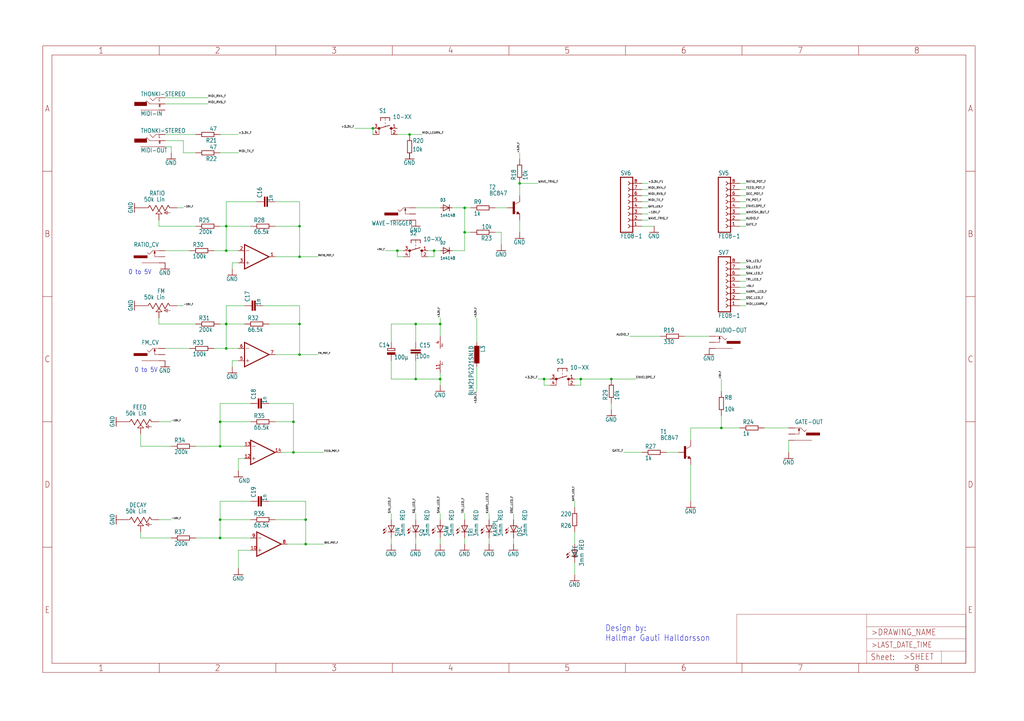
<source format=kicad_sch>
(kicad_sch (version 20211123) (generator eeschema)
  (paper "User" 425.45 299.593)
  (lib_symbols
    (symbol "boards-eagle-import:10-XX"
      (property "Reference" "S" (at -6.35 -2.54 90))
      (property "Value" "10-XX" (at -3.81 3.175 90))
      (symbol "10-XX_1_0"
        (pin passive line (at 0 5.08 270) (length 2.54) (name "S") (number "1"))
        (pin passive line (at 2.54 5.08 270) (length 2.54) (name "S1") (number "2"))
        (pin passive line (at 0 -5.08 90) (length 2.54) (name "P") (number "3"))
        (pin passive line (at 2.54 -5.08 90) (length 2.54) (name "P1") (number "4"))
      )
    )
    (symbol "boards-eagle-import:9MM_SNAP-IN_POT_"
      (property "Reference" "VR" (at -5.08 -2.54 90))
      (property "Value" "9MM_SNAP-IN_POT_" (at -2.54 -2.54 90))
      (symbol "9MM_SNAP-IN_POT__1_0"
        (pin passive line (at 0 -7.62 90) (length 2.54) (name "A") (number "1"))
        (pin passive line (at 5.08 0 180) (length 2.54) (name "S") (number "2"))
        (pin passive line (at 0 7.62 270) (length 2.54) (name "E") (number "3"))
      )
    )
    (symbol "boards-eagle-import:A3L-LOC"
      (symbol "A3L-LOC_0_0"
        (text "1" (at 24.2094 1.905 0) (effects (font (size 2.54 2.286))))
        (text "1" (at 24.2094 258.445 0) (effects (font (size 2.54 2.286))))
        (text "2" (at 72.6281 1.905 0) (effects (font (size 2.54 2.286))))
        (text "2" (at 72.6281 258.445 0) (effects (font (size 2.54 2.286))))
        (text "3" (at 121.0469 1.905 0) (effects (font (size 2.54 2.286))))
        (text "3" (at 121.0469 258.445 0) (effects (font (size 2.54 2.286))))
        (text "4" (at 169.4656 1.905 0) (effects (font (size 2.54 2.286))))
        (text "4" (at 169.4656 258.445 0) (effects (font (size 2.54 2.286))))
        (text "5" (at 217.8844 1.905 0) (effects (font (size 2.54 2.286))))
        (text "5" (at 217.8844 258.445 0) (effects (font (size 2.54 2.286))))
        (text "6" (at 266.3031 1.905 0) (effects (font (size 2.54 2.286))))
        (text "6" (at 266.3031 258.445 0) (effects (font (size 2.54 2.286))))
        (text "7" (at 314.7219 1.905 0) (effects (font (size 2.54 2.286))))
        (text "7" (at 314.7219 258.445 0) (effects (font (size 2.54 2.286))))
        (text "8" (at 363.1406 1.905 0) (effects (font (size 2.54 2.286))))
        (text "8" (at 363.1406 258.445 0) (effects (font (size 2.54 2.286))))
        (text "A" (at 1.905 234.315 0) (effects (font (size 2.54 2.286))))
        (text "A" (at 385.445 234.315 0) (effects (font (size 2.54 2.286))))
        (text "B" (at 1.905 182.245 0) (effects (font (size 2.54 2.286))))
        (text "B" (at 385.445 182.245 0) (effects (font (size 2.54 2.286))))
        (text "C" (at 1.905 130.175 0) (effects (font (size 2.54 2.286))))
        (text "C" (at 385.445 130.175 0) (effects (font (size 2.54 2.286))))
        (text "D" (at 1.905 78.105 0) (effects (font (size 2.54 2.286))))
        (text "D" (at 385.445 78.105 0) (effects (font (size 2.54 2.286))))
        (text "E" (at 1.905 26.035 0) (effects (font (size 2.54 2.286))))
        (text "E" (at 385.445 26.035 0) (effects (font (size 2.54 2.286))))
      )
      (symbol "A3L-LOC_1_0"
        (text ">DRAWING_NAME" (at 344.17 15.24 0) (effects (font (size 2.54 2.159)) (justify left bottom)))
        (text ">LAST_DATE_TIME" (at 344.17 10.16 0) (effects (font (size 2.286 1.9431)) (justify left bottom)))
        (text ">SHEET" (at 357.505 5.08 0) (effects (font (size 2.54 2.159)) (justify left bottom)))
        (text "Sheet:" (at 343.916 4.953 0) (effects (font (size 2.54 2.159)) (justify left bottom)))
      )
    )
    (symbol "boards-eagle-import:BC847"
      (property "Reference" "T" (at -10.16 7.62 0))
      (property "Value" "BC847" (at -10.16 5.08 0))
      (symbol "BC847_1_0"
        (pin passive line (at -2.54 0 0) (length 2.54) (name "B") (number "1"))
        (pin passive line (at 2.54 -5.08 90) (length 2.54) (name "E") (number "2"))
        (pin passive line (at 2.54 5.08 270) (length 2.54) (name "C") (number "3"))
      )
    )
    (symbol "boards-eagle-import:C-EUC1206"
      (property "Reference" "C" (at 1.524 0.381 0))
      (property "Value" "C-EUC1206" (at 1.524 -4.699 0))
      (symbol "C-EUC1206_1_0"
        (pin passive line (at 0 2.54 270) (length 2.54) (name "1") (number "1"))
        (pin passive line (at 0 -5.08 90) (length 2.54) (name "2") (number "2"))
      )
    )
    (symbol "boards-eagle-import:CPOL-EU153CLV-0505"
      (property "Reference" "C" (at 1.143 0.4826 0))
      (property "Value" "CPOL-EU153CLV-0505" (at 1.143 -4.5974 0))
      (symbol "CPOL-EU153CLV-0505_1_0"
        (text "+" (at -0.5842 0.4064 900) (effects (font (size 1.27 1.0795)) (justify left bottom)))
        (pin passive line (at 0 2.54 270) (length 2.54) (name "+") (number "+"))
        (pin passive line (at 0 -5.08 90) (length 2.54) (name "-") (number "-"))
      )
    )
    (symbol "boards-eagle-import:DIODESOD-123"
      (property "Reference" "D" (at -2.54 2.54 0))
      (property "Value" "DIODESOD-123" (at -2.54 -3.81 0))
      (symbol "DIODESOD-123_1_0"
        (pin passive line (at -2.54 0 0) (length 2.54) (name "A") (number "A"))
        (pin passive line (at 2.54 0 180) (length 2.54) (name "C") (number "C"))
      )
    )
    (symbol "boards-eagle-import:FE08-1"
      (property "Reference" "SV" (at -1.27 13.462 0))
      (property "Value" "FE08-1" (at -1.27 -12.7 0))
      (symbol "FE08-1_1_0"
        (pin passive line (at 7.62 -7.62 180) (length 5.08) (name "1") (number "1"))
        (pin passive line (at 7.62 -5.08 180) (length 5.08) (name "2") (number "2"))
        (pin passive line (at 7.62 -2.54 180) (length 5.08) (name "3") (number "3"))
        (pin passive line (at 7.62 0 180) (length 5.08) (name "4") (number "4"))
        (pin passive line (at 7.62 2.54 180) (length 5.08) (name "5") (number "5"))
        (pin passive line (at 7.62 5.08 180) (length 5.08) (name "6") (number "6"))
        (pin passive line (at 7.62 7.62 180) (length 5.08) (name "7") (number "7"))
        (pin passive line (at 7.62 10.16 180) (length 5.08) (name "8") (number "8"))
      )
    )
    (symbol "boards-eagle-import:GND" (power)
      (property "Value" "GND" (at -2.54 -2.54 0))
      (symbol "GND_1_0"
        (pin power_in line (at 0 2.54 270) (length 2.54) (name "GND") (number "1"))
      )
    )
    (symbol "boards-eagle-import:L-EUL2012C"
      (property "Reference" "L" (at -1.4986 -3.81 90))
      (property "Value" "L-EUL2012C" (at 3.302 -3.81 90))
      (symbol "L-EUL2012C_1_0"
        (pin passive line (at 0 5.08 270) (length 2.54) (name "1") (number "1"))
        (pin passive line (at 0 -5.08 90) (length 2.54) (name "2") (number "2"))
      )
    )
    (symbol "boards-eagle-import:LED3MM"
      (property "Reference" "LED" (at 3.556 -4.572 90))
      (property "Value" "LED3MM" (at 5.715 -4.572 90))
      (symbol "LED3MM_1_0"
        (pin passive line (at 0 2.54 270) (length 2.54) (name "A") (number "A"))
        (pin passive line (at 0 -5.08 90) (length 2.54) (name "C") (number "K"))
      )
    )
    (symbol "boards-eagle-import:MCP6004_SMD"
      (symbol "MCP6004_SMD_1_0"
        (pin output line (at 7.62 0 180) (length 2.54) (name "OUT") (number "1"))
        (pin input line (at -7.62 -2.54 0) (length 2.54) (name "-IN") (number "2"))
        (pin input line (at -7.62 2.54 0) (length 2.54) (name "+IN") (number "3"))
      )
      (symbol "MCP6004_SMD_2_0"
        (pin input line (at -7.62 2.54 0) (length 2.54) (name "+IN") (number "5"))
        (pin input line (at -7.62 -2.54 0) (length 2.54) (name "-IN") (number "6"))
        (pin output line (at 7.62 0 180) (length 2.54) (name "OUT") (number "7"))
      )
      (symbol "MCP6004_SMD_3_0"
        (pin input line (at -7.62 2.54 0) (length 2.54) (name "+IN") (number "10"))
        (pin output line (at 7.62 0 180) (length 2.54) (name "OUT") (number "8"))
        (pin input line (at -7.62 -2.54 0) (length 2.54) (name "-IN") (number "9"))
      )
      (symbol "MCP6004_SMD_4_0"
        (pin input line (at -7.62 2.54 0) (length 2.54) (name "+IN") (number "12"))
        (pin input line (at -7.62 -2.54 0) (length 2.54) (name "-IN") (number "13"))
        (pin output line (at 7.62 0 180) (length 2.54) (name "OUT") (number "14"))
      )
      (symbol "MCP6004_SMD_5_0"
        (text "V+" (at 1.27 3.175 900) (effects (font (size 0.8128 0.6908)) (justify left bottom)))
        (text "V-" (at 1.27 -4.445 900) (effects (font (size 0.8128 0.6908)) (justify left bottom)))
        (pin power_in line (at 0 -7.62 90) (length 5.08) (name "V-") (number "11"))
        (pin power_in line (at 0 7.62 270) (length 5.08) (name "V+") (number "4"))
      )
    )
    (symbol "boards-eagle-import:R-EU_M1206"
      (property "Reference" "R" (at -3.81 1.4986 0))
      (property "Value" "R-EU_M1206" (at -3.81 -3.302 0))
      (symbol "R-EU_M1206_1_0"
        (pin passive line (at -5.08 0 0) (length 2.54) (name "1") (number "1"))
        (pin passive line (at 5.08 0 180) (length 2.54) (name "2") (number "2"))
      )
    )
    (symbol "boards-eagle-import:THONKI-STEREO"
      (property "Reference" "U" (at -5.08 3.048 0))
      (property "Value" "THONKI-STEREO" (at -5.08 -5.08 0))
      (symbol "THONKI-STEREO_1_0"
        (text "L" (at 2.286 -2.286 0) (effects (font (size 1.016 0.8636) (thickness 0.1727) bold) (justify left bottom)))
        (text "R" (at 2.286 0.254 0) (effects (font (size 1.016 0.8636) (thickness 0.1727) bold) (justify left bottom)))
        (pin bidirectional line (at 5.08 -2.54 180) (length 2.54) (name "LEFT") (number "P$1_TIP"))
        (pin bidirectional line (at 5.08 0 180) (length 2.54) (name "RIGHT") (number "P$2_SWITCH"))
        (pin bidirectional line (at 5.08 2.54 180) (length 2.54) (name "SLEEVE") (number "P$3_SLEEVE"))
      )
    )
    (symbol "boards-eagle-import:THONKICONNNEW"
      (property "Reference" "U" (at -2.54 4.064 0))
      (symbol "THONKICONNNEW_1_0"
        (pin passive line (at -5.08 2.54 0) (length 2.54) (name "TIP") (number "P$1_TIP"))
        (pin passive line (at -5.08 0 0) (length 2.54) (name "SWITCH") (number "P$2_SWITCH"))
        (pin passive line (at -5.08 -2.54 0) (length 2.54) (name "SLEEVE") (number "P$3_SLEEVE"))
      )
    )
  )
  (junction (at 93.98 93.98))
  (junction (at 172.72 157.48))
  (junction (at 182.88 157.48))
  (junction (at 124.46 147.32))
  (junction (at 182.88 134.62))
  (junction (at 193.04 96.52))
  (junction (at 299.72 177.8))
  (junction (at 193.04 86.36))
  (junction (at 93.98 144.78))
  (junction (at 215.9 76.2))
  (junction (at 254 157.48))
  (junction (at 121.92 187.96))
  (junction (at 127 215.9))
  (junction (at 180.34 104.14))
  (junction (at 93.98 134.62))
  (junction (at 91.44 223.52))
  (junction (at 93.98 104.14))
  (junction (at 91.44 185.42))
  (junction (at 121.92 175.26))
  (junction (at 124.46 106.68))
  (junction (at 226.06 157.48))
  (junction (at 124.46 134.62))
  (junction (at 91.44 175.26))
  (junction (at 172.72 134.62))
  (junction (at 127 226.06))
  (junction (at 241.3 157.48))
  (junction (at 154.94 53.34))
  (junction (at 170.18 55.88))
  (junction (at 91.44 215.9))
  (junction (at 165.1 104.14))
  (junction (at 124.46 93.98))
  (wire (pts (xy 266.7 81.28) (xy 269.24 81.28)))
  (wire (pts (xy 167.64 104.14) (xy 165.1 104.14)))
  (wire (pts (xy 124.46 106.68) (xy 132.08 106.68)))
  (wire (pts (xy 91.44 215.9) (xy 91.44 223.52)))
  (wire (pts (xy 96.52 109.22) (xy 96.52 111.76)))
  (wire (pts (xy 172.72 215.9) (xy 172.72 213.36)))
  (wire (pts (xy 162.56 223.52) (xy 162.56 226.06)))
  (wire (pts (xy 238.76 233.68) (xy 238.76 238.76)))
  (wire (pts (xy 121.92 167.64) (xy 121.92 175.26)))
  (wire (pts (xy 172.72 149.86) (xy 172.72 157.48)))
  (wire (pts (xy 307.34 81.28) (xy 309.88 81.28)))
  (wire (pts (xy 124.46 83.82) (xy 124.46 93.98)))
  (wire (pts (xy 287.02 193.04) (xy 287.02 208.28)))
  (wire (pts (xy 307.34 86.36) (xy 309.88 86.36)))
  (wire (pts (xy 215.9 91.44) (xy 215.9 96.52)))
  (wire (pts (xy 180.34 104.14) (xy 182.88 104.14)))
  (wire (pts (xy 121.92 187.96) (xy 134.62 187.96)))
  (wire (pts (xy 172.72 223.52) (xy 172.72 226.06)))
  (wire (pts (xy 177.8 104.14) (xy 180.34 104.14)))
  (wire (pts (xy 299.72 177.8) (xy 287.02 177.8)))
  (wire (pts (xy 193.04 104.14) (xy 193.04 96.52)))
  (wire (pts (xy 213.36 215.9) (xy 213.36 213.36)))
  (wire (pts (xy 307.34 83.82) (xy 309.88 83.82)))
  (wire (pts (xy 76.2 63.5) (xy 76.2 58.42)))
  (wire (pts (xy 109.22 127) (xy 124.46 127)))
  (wire (pts (xy 254 167.64) (xy 254 170.18)))
  (wire (pts (xy 299.72 177.8) (xy 299.72 172.72)))
  (wire (pts (xy 91.44 134.62) (xy 93.98 134.62)))
  (wire (pts (xy 182.88 215.9) (xy 182.88 213.36)))
  (wire (pts (xy 78.74 144.78) (xy 68.58 144.78)))
  (wire (pts (xy 162.56 149.86) (xy 162.56 157.48)))
  (wire (pts (xy 198.12 162.56) (xy 198.12 152.4)))
  (wire (pts (xy 205.74 96.52) (xy 208.28 96.52)))
  (wire (pts (xy 182.88 223.52) (xy 182.88 226.06)))
  (wire (pts (xy 66.04 93.98) (xy 81.28 93.98)))
  (wire (pts (xy 93.98 127) (xy 93.98 134.62)))
  (wire (pts (xy 119.38 226.06) (xy 127 226.06)))
  (wire (pts (xy 99.06 228.6) (xy 99.06 236.22)))
  (wire (pts (xy 81.28 185.42) (xy 91.44 185.42)))
  (wire (pts (xy 58.42 185.42) (xy 71.12 185.42)))
  (wire (pts (xy 226.06 160.02) (xy 226.06 157.48)))
  (wire (pts (xy 76.2 127) (xy 73.66 127)))
  (wire (pts (xy 66.04 175.26) (xy 71.12 175.26)))
  (wire (pts (xy 91.44 93.98) (xy 93.98 93.98)))
  (wire (pts (xy 99.06 109.22) (xy 96.52 109.22)))
  (wire (pts (xy 193.04 96.52) (xy 193.04 86.36)))
  (wire (pts (xy 208.28 96.52) (xy 208.28 101.6)))
  (wire (pts (xy 228.6 157.48) (xy 226.06 157.48)))
  (wire (pts (xy 254 157.48) (xy 264.16 157.48)))
  (wire (pts (xy 205.74 86.36) (xy 210.82 86.36)))
  (wire (pts (xy 172.72 142.24) (xy 172.72 134.62)))
  (wire (pts (xy 307.34 119.38) (xy 309.88 119.38)))
  (wire (pts (xy 91.44 208.28) (xy 91.44 215.9)))
  (wire (pts (xy 307.34 88.9) (xy 309.88 88.9)))
  (wire (pts (xy 238.76 210.82) (xy 238.76 208.28)))
  (wire (pts (xy 91.44 55.88) (xy 99.06 55.88)))
  (wire (pts (xy 154.94 53.34) (xy 147.32 53.34)))
  (wire (pts (xy 91.44 223.52) (xy 104.14 223.52)))
  (wire (pts (xy 124.46 106.68) (xy 114.3 106.68)))
  (wire (pts (xy 91.44 175.26) (xy 91.44 185.42)))
  (wire (pts (xy 68.58 60.96) (xy 71.12 60.96)))
  (wire (pts (xy 66.04 134.62) (xy 81.28 134.62)))
  (wire (pts (xy 96.52 152.4) (xy 96.52 149.86)))
  (wire (pts (xy 104.14 215.9) (xy 91.44 215.9)))
  (wire (pts (xy 266.7 78.74) (xy 269.24 78.74)))
  (wire (pts (xy 193.04 86.36) (xy 195.58 86.36)))
  (wire (pts (xy 88.9 144.78) (xy 93.98 144.78)))
  (wire (pts (xy 165.1 55.88) (xy 170.18 55.88)))
  (wire (pts (xy 307.34 111.76) (xy 309.88 111.76)))
  (wire (pts (xy 99.06 190.5) (xy 99.06 195.58)))
  (wire (pts (xy 81.28 63.5) (xy 76.2 63.5)))
  (wire (pts (xy 307.34 109.22) (xy 309.88 109.22)))
  (wire (pts (xy 121.92 175.26) (xy 114.3 175.26)))
  (wire (pts (xy 66.04 215.9) (xy 71.12 215.9)))
  (wire (pts (xy 68.58 40.64) (xy 86.36 40.64)))
  (wire (pts (xy 223.52 76.2) (xy 215.9 76.2)))
  (wire (pts (xy 307.34 91.44) (xy 309.88 91.44)))
  (wire (pts (xy 124.46 134.62) (xy 124.46 147.32)))
  (wire (pts (xy 172.72 134.62) (xy 182.88 134.62)))
  (wire (pts (xy 101.6 127) (xy 93.98 127)))
  (wire (pts (xy 58.42 220.98) (xy 58.42 223.52)))
  (wire (pts (xy 187.96 86.36) (xy 193.04 86.36)))
  (wire (pts (xy 127 226.06) (xy 134.62 226.06)))
  (wire (pts (xy 76.2 58.42) (xy 68.58 58.42)))
  (wire (pts (xy 104.14 93.98) (xy 93.98 93.98)))
  (wire (pts (xy 78.74 104.14) (xy 68.58 104.14)))
  (wire (pts (xy 287.02 177.8) (xy 287.02 182.88)))
  (wire (pts (xy 266.7 86.36) (xy 269.24 86.36)))
  (wire (pts (xy 259.08 187.96) (xy 266.7 187.96)))
  (wire (pts (xy 101.6 190.5) (xy 99.06 190.5)))
  (wire (pts (xy 226.06 157.48) (xy 223.52 157.48)))
  (wire (pts (xy 127 208.28) (xy 127 215.9)))
  (wire (pts (xy 182.88 134.62) (xy 182.88 132.08)))
  (wire (pts (xy 81.28 223.52) (xy 91.44 223.52)))
  (wire (pts (xy 104.14 175.26) (xy 91.44 175.26)))
  (wire (pts (xy 93.98 104.14) (xy 99.06 104.14)))
  (wire (pts (xy 213.36 223.52) (xy 213.36 226.06)))
  (wire (pts (xy 299.72 177.8) (xy 307.34 177.8)))
  (wire (pts (xy 307.34 76.2) (xy 309.88 76.2)))
  (wire (pts (xy 327.66 182.88) (xy 327.66 187.96)))
  (wire (pts (xy 162.56 134.62) (xy 162.56 142.24)))
  (wire (pts (xy 93.98 144.78) (xy 99.06 144.78)))
  (wire (pts (xy 88.9 104.14) (xy 93.98 104.14)))
  (wire (pts (xy 299.72 162.56) (xy 299.72 157.48)))
  (wire (pts (xy 182.88 139.7) (xy 182.88 134.62)))
  (wire (pts (xy 307.34 114.3) (xy 309.88 114.3)))
  (wire (pts (xy 284.48 139.7) (xy 294.64 139.7)))
  (wire (pts (xy 124.46 147.32) (xy 132.08 147.32)))
  (wire (pts (xy 127 215.9) (xy 114.3 215.9)))
  (wire (pts (xy 276.86 187.96) (xy 281.94 187.96)))
  (wire (pts (xy 66.04 134.62) (xy 66.04 132.08)))
  (wire (pts (xy 215.9 76.2) (xy 215.9 81.28)))
  (wire (pts (xy 266.7 83.82) (xy 269.24 83.82)))
  (wire (pts (xy 162.56 215.9) (xy 162.56 213.36)))
  (wire (pts (xy 172.72 157.48) (xy 182.88 157.48)))
  (wire (pts (xy 182.88 154.94) (xy 182.88 157.48)))
  (wire (pts (xy 266.7 91.44) (xy 269.24 91.44)))
  (wire (pts (xy 238.76 160.02) (xy 241.3 160.02)))
  (wire (pts (xy 266.7 88.9) (xy 269.24 88.9)))
  (wire (pts (xy 71.12 60.96) (xy 71.12 63.5)))
  (wire (pts (xy 238.76 220.98) (xy 238.76 226.06)))
  (wire (pts (xy 193.04 223.52) (xy 193.04 226.06)))
  (wire (pts (xy 180.34 106.68) (xy 180.34 104.14)))
  (wire (pts (xy 114.3 93.98) (xy 124.46 93.98)))
  (wire (pts (xy 104.14 208.28) (xy 91.44 208.28)))
  (wire (pts (xy 96.52 149.86) (xy 99.06 149.86)))
  (wire (pts (xy 111.76 208.28) (xy 127 208.28)))
  (wire (pts (xy 170.18 66.04) (xy 170.18 63.5)))
  (wire (pts (xy 193.04 96.52) (xy 195.58 96.52)))
  (wire (pts (xy 124.46 127) (xy 124.46 134.62)))
  (wire (pts (xy 91.44 167.64) (xy 91.44 175.26)))
  (wire (pts (xy 165.1 104.14) (xy 160.02 104.14)))
  (wire (pts (xy 162.56 134.62) (xy 172.72 134.62)))
  (wire (pts (xy 116.84 187.96) (xy 121.92 187.96)))
  (wire (pts (xy 68.58 55.88) (xy 81.28 55.88)))
  (wire (pts (xy 271.78 93.98) (xy 266.7 93.98)))
  (wire (pts (xy 124.46 93.98) (xy 124.46 106.68)))
  (wire (pts (xy 73.66 86.36) (xy 76.2 86.36)))
  (wire (pts (xy 124.46 147.32) (xy 114.3 147.32)))
  (wire (pts (xy 228.6 160.02) (xy 226.06 160.02)))
  (wire (pts (xy 162.56 157.48) (xy 172.72 157.48)))
  (wire (pts (xy 101.6 134.62) (xy 93.98 134.62)))
  (wire (pts (xy 58.42 180.34) (xy 58.42 185.42)))
  (wire (pts (xy 241.3 160.02) (xy 241.3 157.48)))
  (wire (pts (xy 93.98 83.82) (xy 93.98 93.98)))
  (wire (pts (xy 114.3 83.82) (xy 124.46 83.82)))
  (wire (pts (xy 307.34 121.92) (xy 309.88 121.92)))
  (wire (pts (xy 198.12 142.24) (xy 198.12 132.08)))
  (wire (pts (xy 317.5 177.8) (xy 327.66 177.8)))
  (wire (pts (xy 127 226.06) (xy 127 215.9)))
  (wire (pts (xy 104.14 228.6) (xy 99.06 228.6)))
  (wire (pts (xy 93.98 93.98) (xy 93.98 104.14)))
  (wire (pts (xy 91.44 63.5) (xy 99.06 63.5)))
  (wire (pts (xy 172.72 86.36) (xy 182.88 86.36)))
  (wire (pts (xy 274.32 139.7) (xy 261.62 139.7)))
  (wire (pts (xy 307.34 124.46) (xy 309.88 124.46)))
  (wire (pts (xy 307.34 127) (xy 309.88 127)))
  (wire (pts (xy 111.76 167.64) (xy 121.92 167.64)))
  (wire (pts (xy 307.34 93.98) (xy 309.88 93.98)))
  (wire (pts (xy 203.2 215.9) (xy 203.2 213.36)))
  (wire (pts (xy 170.18 55.88) (xy 175.26 55.88)))
  (wire (pts (xy 241.3 157.48) (xy 254 157.48)))
  (wire (pts (xy 193.04 215.9) (xy 193.04 213.36)))
  (wire (pts (xy 266.7 76.2) (xy 269.24 76.2)))
  (wire (pts (xy 167.64 106.68) (xy 165.1 106.68)))
  (wire (pts (xy 203.2 223.52) (xy 203.2 226.06)))
  (wire (pts (xy 121.92 187.96) (xy 121.92 175.26)))
  (wire (pts (xy 111.76 134.62) (xy 124.46 134.62)))
  (wire (pts (xy 182.88 157.48) (xy 182.88 160.02)))
  (wire (pts (xy 91.44 185.42) (xy 101.6 185.42)))
  (wire (pts (xy 307.34 116.84) (xy 309.88 116.84)))
  (wire (pts (xy 154.94 55.88) (xy 154.94 53.34)))
  (wire (pts (xy 66.04 91.44) (xy 66.04 93.98)))
  (wire (pts (xy 104.14 167.64) (xy 91.44 167.64)))
  (wire (pts (xy 93.98 134.62) (xy 93.98 144.78)))
  (wire (pts (xy 307.34 78.74) (xy 309.88 78.74)))
  (wire (pts (xy 187.96 104.14) (xy 193.04 104.14)))
  (wire (pts (xy 215.9 66.04) (xy 215.9 63.5)))
  (wire (pts (xy 165.1 106.68) (xy 165.1 104.14)))
  (wire (pts (xy 58.42 223.52) (xy 71.12 223.52)))
  (wire (pts (xy 177.8 106.68) (xy 180.34 106.68)))
  (wire (pts (xy 106.68 83.82) (xy 93.98 83.82)))
  (wire (pts (xy 68.58 43.18) (xy 86.36 43.18)))
  (wire (pts (xy 238.76 157.48) (xy 241.3 157.48)))
  (text "Design by:\nHallmar Gauti Halldorsson" (at 251.46 266.7 180) (effects (font (size 2.54 2.159)) (justify left bottom)))
  (text "0 to 5V" (at 55.88 154.94 180) (effects (font (size 1.9304 1.6408)) (justify left bottom)))
  (text "0 to 5V" (at 53.34 114.3 180) (effects (font (size 1.9304 1.6408)) (justify left bottom)))
  (label "SQ_LED_F" (at 309.88 111.76 0) (effects (font (size 0.889 0.889))))
  (label "+5V_F" (at 309.88 119.38 0) (effects (font (size 0.7112 0.7112))))
  (label "MIDI_TX_F" (at 99.06 63.5 0) (effects (font (size 0.889 0.889))))
  (label "-10V_F" (at 71.12 215.9 0) (effects (font (size 0.7112 0.7112))))
  (label "KARPL_LED_F" (at 309.88 121.92 0) (effects (font (size 0.889 0.889))))
  (label "-10V_F" (at 269.24 88.9 0) (effects (font (size 0.889 0.889))))
  (label "MIDI_RX4_F" (at 269.24 78.74 0) (effects (font (size 0.889 0.889))))
  (label "+3.3V_F" (at 99.06 55.88 0) (effects (font (size 0.889 0.889))))
  (label "AUDIO_F" (at 309.88 91.44 0) (effects (font (size 0.889 0.889))))
  (label "+3.3V_F" (at 182.88 132.08 90) (effects (font (size 0.7112 0.7112))))
  (label "SQ_LED_F" (at 172.72 213.36 90) (effects (font (size 0.889 0.889))))
  (label "-10V_F" (at 71.12 175.26 0) (effects (font (size 0.7112 0.7112))))
  (label "ENVELOPE_F" (at 309.88 86.36 0) (effects (font (size 0.889 0.889))))
  (label "DEC_POT_F" (at 134.62 226.06 0) (effects (font (size 0.7112 0.7112))))
  (label "SIN_LED_F" (at 162.56 213.36 90) (effects (font (size 0.889 0.889))))
  (label "WAVE_TRIG_F" (at 223.52 76.2 0) (effects (font (size 0.889 0.889))))
  (label "FM_POT_F" (at 309.88 83.82 0) (effects (font (size 0.889 0.889))))
  (label "FM_POT_F" (at 132.08 147.32 0) (effects (font (size 0.7112 0.7112))))
  (label "-10V_F" (at 76.2 86.36 0) (effects (font (size 0.7112 0.7112))))
  (label "KARPL_LED_F" (at 203.2 213.36 90) (effects (font (size 0.889 0.889))))
  (label "GATE_LED_F" (at 269.24 86.36 0) (effects (font (size 0.7112 0.7112))))
  (label "WAVESH_BUT_F" (at 309.88 88.9 0) (effects (font (size 0.889 0.889))))
  (label "OSC_LED_F" (at 213.36 213.36 90) (effects (font (size 0.889 0.889))))
  (label "+3.3V_F" (at 223.52 157.48 180) (effects (font (size 0.889 0.889))))
  (label "OSC_LED_F" (at 309.88 124.46 0) (effects (font (size 0.889 0.889))))
  (label "TRI_LED_F" (at 193.04 213.36 90) (effects (font (size 0.889 0.889))))
  (label "SAW_LED_F" (at 309.88 114.3 0) (effects (font (size 0.889 0.889))))
  (label "+3.3V_F1" (at 198.12 162.56 270) (effects (font (size 0.7112 0.7112))))
  (label "GATE_F" (at 309.88 93.98 0) (effects (font (size 0.889 0.889))))
  (label "MIDI_RX4_F" (at 86.36 40.64 0) (effects (font (size 0.889 0.889))))
  (label "+3.3V_F" (at 215.9 63.5 90) (effects (font (size 0.7112 0.7112))))
  (label "MIDI_RX5_F" (at 86.36 43.18 0) (effects (font (size 0.889 0.889))))
  (label "MIDI_TX_F" (at 269.24 83.82 0) (effects (font (size 0.889 0.889))))
  (label "FEED_POT_F" (at 134.62 187.96 0) (effects (font (size 0.7112 0.7112))))
  (label "+5V_F" (at 299.72 157.48 90) (effects (font (size 0.7112 0.7112))))
  (label "SIN_LED_F" (at 309.88 109.22 0) (effects (font (size 0.889 0.889))))
  (label "RATIO_POT_F" (at 132.08 106.68 0) (effects (font (size 0.7112 0.7112))))
  (label "RATIO_POT_F" (at 309.88 76.2 0) (effects (font (size 0.889 0.889))))
  (label "TRI_LED_F" (at 309.88 116.84 0) (effects (font (size 0.889 0.889))))
  (label "WAVE_TRIG_F" (at 269.24 91.44 0) (effects (font (size 0.889 0.889))))
  (label "+3.3V_F" (at 198.12 132.08 90) (effects (font (size 0.7112 0.7112))))
  (label "MIDI_LEARN_F" (at 175.26 55.88 0) (effects (font (size 0.889 0.889))))
  (label "+3.3V_F1" (at 269.24 76.2 0) (effects (font (size 0.889 0.889))))
  (label "FEED_POT_F" (at 309.88 78.74 0) (effects (font (size 0.889 0.889))))
  (label "MIDI_RX5_F" (at 269.24 81.28 0) (effects (font (size 0.889 0.889))))
  (label "ENVELOPE_F" (at 264.16 157.48 0) (effects (font (size 0.889 0.889))))
  (label "DEC_POT_F" (at 309.88 81.28 0) (effects (font (size 0.889 0.889))))
  (label "+5V_F" (at 160.02 104.14 180) (effects (font (size 0.7112 0.7112))))
  (label "-10V_F" (at 76.2 127 0) (effects (font (size 0.7112 0.7112))))
  (label "SAW_LED_F" (at 182.88 213.36 90) (effects (font (size 0.889 0.889))))
  (label "GATE_F" (at 259.08 187.96 180) (effects (font (size 0.889 0.889))))
  (label "AUDIO_F" (at 261.62 139.7 180) (effects (font (size 0.889 0.889))))
  (label "MIDI_LEARN_F" (at 309.88 127 0) (effects (font (size 0.889 0.889))))
  (label "+3.3V_F" (at 147.32 53.34 180) (effects (font (size 0.889 0.889))))
  (label "GATE_LED_F" (at 238.76 208.28 90) (effects (font (size 0.7112 0.7112))))
  (symbol (lib_id "boards-eagle-import:GND") (at 68.58 111.76 0) (unit 1)
    (property "Reference" "#GND21" (effects hide))
    (property "Value" "GND" (at 66.04 114.3 0) (effects (font (size 1.778 1.5113)) (justify left bottom)))
    (property "Footprint" "boards:" (effects hide))
  )
  (symbol (lib_id "boards-eagle-import:GND") (at 172.72 228.6 0) (unit 1)
    (property "Reference" "#GND27" (effects hide))
    (property "Value" "GND" (at 170.18 231.14 0) (effects (font (size 1.778 1.5113)) (justify left bottom)))
    (property "Footprint" "boards:" (effects hide))
  )
  (symbol (lib_id "boards-eagle-import:GND") (at 99.06 238.76 0) (unit 1)
    (property "Reference" "#GND42" (effects hide))
    (property "Value" "GND" (at 96.52 241.3 0) (effects (font (size 1.778 1.5113)) (justify left bottom)))
    (property "Footprint" "boards:" (effects hide))
  )
  (symbol (lib_id "boards-eagle-import:GND") (at 162.56 228.6 0) (unit 1)
    (property "Reference" "#GND26" (effects hide))
    (property "Value" "GND" (at 160.02 231.14 0) (effects (font (size 1.778 1.5113)) (justify left bottom)))
    (property "Footprint" "boards:" (effects hide))
  )
  (symbol (lib_id "boards-eagle-import:10-XX") (at 160.02 53.34 270) (unit 1)
    (property "Reference" "S1" (at 157.48 46.99 90) (effects (font (size 1.778 1.5113)) (justify left bottom)))
    (property "Value" "10-XX" (at 163.195 49.53 90) (effects (font (size 1.778 1.5113)) (justify left bottom)))
    (property "Footprint" "boards:B3F-10XX" (effects hide))
  )
  (symbol (lib_id "boards-eagle-import:THONKICONNNEW") (at 167.64 88.9 0) (mirror y) (unit 1)
    (property "Reference" "WAVE-TRIGGER" (at 171.45 93.726 0) (effects (font (size 1.778 1.5113)) (justify left bottom)))
    (property "Value" "THONKICONNNEW" (effects hide))
    (property "Footprint" "boards:WQP-PJ301M-12_JACK" (effects hide))
  )
  (symbol (lib_id "boards-eagle-import:MCP6004_SMD") (at 111.76 226.06 0) (mirror x) (unit 3)
    (property "Reference" "U1" (effects hide))
    (property "Value" "MCP6004_SMD" (effects hide))
    (property "Footprint" "boards:SO14" (effects hide))
  )
  (symbol (lib_id "boards-eagle-import:DIODESOD-123") (at 185.42 86.36 0) (unit 1)
    (property "Reference" "D3" (at 182.88 83.82 0) (effects (font (size 1.27 1.0795)) (justify left bottom)))
    (property "Value" "1n4148" (at 182.88 90.17 0) (effects (font (size 1.27 1.0795)) (justify left bottom)))
    (property "Footprint" "boards:SOD-123" (effects hide))
  )
  (symbol (lib_id "boards-eagle-import:R-EU_M1206") (at 215.9 71.12 90) (unit 1)
    (property "Reference" "R18" (at 214.4014 74.93 0) (effects (font (size 1.778 1.5113)) (justify left bottom)))
    (property "Value" "10k" (at 219.202 74.93 0) (effects (font (size 1.778 1.5113)) (justify left bottom)))
    (property "Footprint" "boards:M1206" (effects hide))
  )
  (symbol (lib_id "boards-eagle-import:GND") (at 213.36 228.6 0) (unit 1)
    (property "Reference" "#GND31" (effects hide))
    (property "Value" "GND" (at 210.82 231.14 0) (effects (font (size 1.778 1.5113)) (justify left bottom)))
    (property "Footprint" "boards:" (effects hide))
  )
  (symbol (lib_id "boards-eagle-import:FE08-1") (at 259.08 86.36 0) (unit 1)
    (property "Reference" "SV6" (at 257.81 72.898 0) (effects (font (size 1.778 1.5113)) (justify left bottom)))
    (property "Value" "FE08-1" (at 257.81 99.06 0) (effects (font (size 1.778 1.5113)) (justify left bottom)))
    (property "Footprint" "boards:FE08" (effects hide))
  )
  (symbol (lib_id "boards-eagle-import:THONKICONNNEW") (at 63.5 106.68 0) (mirror y) (unit 1)
    (property "Reference" "RATIO_CV" (at 66.04 102.616 0) (effects (font (size 1.778 1.5113)) (justify left bottom)))
    (property "Value" "THONKICONNNEW" (effects hide))
    (property "Footprint" "boards:WQP-PJ301M-12_JACK" (effects hide))
  )
  (symbol (lib_id "boards-eagle-import:THONKI-STEREO") (at 63.5 43.18 0) (mirror x) (unit 1)
    (property "Reference" "MIDI-IN" (at 58.42 46.228 0) (effects (font (size 1.778 1.5113)) (justify left bottom)))
    (property "Value" "THONKI-STEREO" (at 58.42 38.1 0) (effects (font (size 1.778 1.5113)) (justify left bottom)))
    (property "Footprint" "boards:WQP-PJ366ST_JACK" (effects hide))
  )
  (symbol (lib_id "boards-eagle-import:MCP6004_SMD") (at 106.68 106.68 0) (mirror x) (unit 1)
    (property "Reference" "U1" (effects hide))
    (property "Value" "MCP6004_SMD" (effects hide))
    (property "Footprint" "boards:SO14" (effects hide))
  )
  (symbol (lib_id "boards-eagle-import:LED3MM") (at 172.72 218.44 0) (unit 1)
    (property "Reference" "SQ" (at 176.276 223.012 90) (effects (font (size 1.778 1.5113)) (justify left bottom)))
    (property "Value" "3mm RED" (at 178.435 223.012 90) (effects (font (size 1.778 1.5113)) (justify left bottom)))
    (property "Footprint" "boards:LED3MM" (effects hide))
  )
  (symbol (lib_id "boards-eagle-import:R-EU_M1206") (at 170.18 60.96 270) (unit 1)
    (property "Reference" "R20" (at 171.45 59.4614 90) (effects (font (size 1.778 1.5113)) (justify left bottom)))
    (property "Value" "10k" (at 171.323 62.992 90) (effects (font (size 1.778 1.5113)) (justify left bottom)))
    (property "Footprint" "boards:M1206" (effects hide))
  )
  (symbol (lib_id "boards-eagle-import:LED3MM") (at 182.88 218.44 0) (unit 1)
    (property "Reference" "SAW" (at 186.436 223.012 90) (effects (font (size 1.778 1.5113)) (justify left bottom)))
    (property "Value" "3mm RED" (at 188.595 223.012 90) (effects (font (size 1.778 1.5113)) (justify left bottom)))
    (property "Footprint" "boards:LED3MM" (effects hide))
  )
  (symbol (lib_id "boards-eagle-import:R-EU_M1206") (at 86.36 93.98 0) (unit 1)
    (property "Reference" "R25" (at 82.55 92.4814 0) (effects (font (size 1.778 1.5113)) (justify left bottom)))
    (property "Value" "200k" (at 82.55 97.282 0) (effects (font (size 1.778 1.5113)) (justify left bottom)))
    (property "Footprint" "boards:M1206" (effects hide))
  )
  (symbol (lib_id "boards-eagle-import:LED3MM") (at 213.36 218.44 0) (unit 1)
    (property "Reference" "OSC" (at 216.916 223.012 90) (effects (font (size 1.778 1.5113)) (justify left bottom)))
    (property "Value" "3mm RED" (at 219.075 223.012 90) (effects (font (size 1.778 1.5113)) (justify left bottom)))
    (property "Footprint" "boards:LED3MM" (effects hide))
  )
  (symbol (lib_id "boards-eagle-import:LED3MM") (at 162.56 218.44 0) (unit 1)
    (property "Reference" "SIN" (at 166.116 223.012 90) (effects (font (size 1.778 1.5113)) (justify left bottom)))
    (property "Value" "3mm RED" (at 168.275 223.012 90) (effects (font (size 1.778 1.5113)) (justify left bottom)))
    (property "Footprint" "boards:LED3MM" (effects hide))
  )
  (symbol (lib_id "boards-eagle-import:R-EU_M1206") (at 106.68 134.62 0) (unit 1)
    (property "Reference" "R32" (at 102.87 133.1214 0) (effects (font (size 1.778 1.5113)) (justify left bottom)))
    (property "Value" "66.5k" (at 102.87 137.922 0) (effects (font (size 1.778 1.5113)) (justify left bottom)))
    (property "Footprint" "boards:M1206" (effects hide))
  )
  (symbol (lib_id "boards-eagle-import:R-EU_M1206") (at 200.66 86.36 0) (unit 1)
    (property "Reference" "R9" (at 196.85 84.8614 0) (effects (font (size 1.778 1.5113)) (justify left bottom)))
    (property "Value" "1k" (at 196.85 89.662 0) (effects (font (size 1.778 1.5113)) (justify left bottom)))
    (property "Footprint" "boards:M1206" (effects hide))
  )
  (symbol (lib_id "boards-eagle-import:BC847") (at 284.48 187.96 0) (unit 1)
    (property "Reference" "T1" (at 274.32 180.34 0) (effects (font (size 1.778 1.5113)) (justify left bottom)))
    (property "Value" "BC847" (at 274.32 182.88 0) (effects (font (size 1.778 1.5113)) (justify left bottom)))
    (property "Footprint" "boards:SOT23" (effects hide))
  )
  (symbol (lib_id "boards-eagle-import:R-EU_M1206") (at 299.72 167.64 270) (unit 1)
    (property "Reference" "R8" (at 300.99 166.1414 90) (effects (font (size 1.778 1.5113)) (justify left bottom)))
    (property "Value" "10k" (at 300.99 170.942 90) (effects (font (size 1.778 1.5113)) (justify left bottom)))
    (property "Footprint" "boards:M1206" (effects hide))
  )
  (symbol (lib_id "boards-eagle-import:GND") (at 203.2 228.6 0) (unit 1)
    (property "Reference" "#GND30" (effects hide))
    (property "Value" "GND" (at 200.66 231.14 0) (effects (font (size 1.778 1.5113)) (justify left bottom)))
    (property "Footprint" "boards:" (effects hide))
  )
  (symbol (lib_id "boards-eagle-import:LED3MM") (at 203.2 218.44 0) (unit 1)
    (property "Reference" "KARPL" (at 206.756 223.012 90) (effects (font (size 1.778 1.5113)) (justify left bottom)))
    (property "Value" "3mm RED" (at 208.915 223.012 90) (effects (font (size 1.778 1.5113)) (justify left bottom)))
    (property "Footprint" "boards:LED3MM" (effects hide))
  )
  (symbol (lib_id "boards-eagle-import:GND") (at 48.26 175.26 270) (unit 1)
    (property "Reference" "#GND45" (effects hide))
    (property "Value" "GND" (at 45.72 172.72 0) (effects (font (size 1.778 1.5113)) (justify left bottom)))
    (property "Footprint" "boards:" (effects hide))
  )
  (symbol (lib_id "boards-eagle-import:GND") (at 182.88 228.6 0) (unit 1)
    (property "Reference" "#GND28" (effects hide))
    (property "Value" "GND" (at 180.34 231.14 0) (effects (font (size 1.778 1.5113)) (justify left bottom)))
    (property "Footprint" "boards:" (effects hide))
  )
  (symbol (lib_id "boards-eagle-import:GND") (at 327.66 190.5 0) (unit 1)
    (property "Reference" "#GND23" (effects hide))
    (property "Value" "GND" (at 325.12 193.04 0) (effects (font (size 1.778 1.5113)) (justify left bottom)))
    (property "Footprint" "boards:" (effects hide))
  )
  (symbol (lib_id "boards-eagle-import:9MM_SNAP-IN_POT_") (at 58.42 175.26 90) (mirror x) (unit 1)
    (property "Reference" "FEED" (at 60.96 170.18 90) (effects (font (size 1.778 1.5113)) (justify left bottom)))
    (property "Value" "50k Lin" (at 60.96 172.72 90) (effects (font (size 1.778 1.5113)) (justify left bottom)))
    (property "Footprint" "boards:9MM_SNAP-IN_POT" (effects hide))
  )
  (symbol (lib_id "boards-eagle-import:FE08-1") (at 299.72 86.36 0) (unit 1)
    (property "Reference" "SV5" (at 298.45 72.898 0) (effects (font (size 1.778 1.5113)) (justify left bottom)))
    (property "Value" "FE08-1" (at 298.45 99.06 0) (effects (font (size 1.778 1.5113)) (justify left bottom)))
    (property "Footprint" "boards:FE08" (effects hide))
  )
  (symbol (lib_id "boards-eagle-import:THONKICONNNEW") (at 332.74 180.34 0) (unit 1)
    (property "Reference" "GATE-OUT" (at 330.2 176.276 0) (effects (font (size 1.778 1.5113)) (justify left bottom)))
    (property "Value" "THONKICONNNEW" (effects hide))
    (property "Footprint" "boards:WQP-PJ301M-12_JACK" (effects hide))
  )
  (symbol (lib_id "boards-eagle-import:BC847") (at 213.36 86.36 0) (unit 1)
    (property "Reference" "T2" (at 203.2 78.74 0) (effects (font (size 1.778 1.5113)) (justify left bottom)))
    (property "Value" "BC847" (at 203.2 81.28 0) (effects (font (size 1.778 1.5113)) (justify left bottom)))
    (property "Footprint" "boards:SOT23" (effects hide))
  )
  (symbol (lib_id "boards-eagle-import:GND") (at 170.18 66.04 0) (unit 1)
    (property "Reference" "#GND32" (effects hide))
    (property "Value" "GND" (at 167.64 68.58 0) (effects (font (size 1.778 1.5113)) (justify left bottom)))
    (property "Footprint" "boards:" (effects hide))
  )
  (symbol (lib_id "boards-eagle-import:9MM_SNAP-IN_POT_") (at 66.04 127 90) (mirror x) (unit 1)
    (property "Reference" "FM" (at 68.58 121.92 90) (effects (font (size 1.778 1.5113)) (justify left bottom)))
    (property "Value" "50k Lin" (at 68.58 124.46 90) (effects (font (size 1.778 1.5113)) (justify left bottom)))
    (property "Footprint" "boards:9MM_SNAP-IN_POT" (effects hide))
  )
  (symbol (lib_id "boards-eagle-import:R-EU_M1206") (at 86.36 55.88 180) (unit 1)
    (property "Reference" "R21" (at 90.17 57.3786 0) (effects (font (size 1.778 1.5113)) (justify left bottom)))
    (property "Value" "47" (at 90.17 52.578 0) (effects (font (size 1.778 1.5113)) (justify left bottom)))
    (property "Footprint" "boards:M1206" (effects hide))
  )
  (symbol (lib_id "boards-eagle-import:THONKICONNNEW") (at 63.5 147.32 0) (mirror y) (unit 1)
    (property "Reference" "FM_CV" (at 66.04 143.256 0) (effects (font (size 1.778 1.5113)) (justify left bottom)))
    (property "Value" "THONKICONNNEW" (effects hide))
    (property "Footprint" "boards:WQP-PJ301M-12_JACK" (effects hide))
  )
  (symbol (lib_id "boards-eagle-import:R-EU_M1206") (at 109.22 93.98 0) (unit 1)
    (property "Reference" "R28" (at 105.41 92.4814 0) (effects (font (size 1.778 1.5113)) (justify left bottom)))
    (property "Value" "66.5k" (at 105.41 97.282 0) (effects (font (size 1.778 1.5113)) (justify left bottom)))
    (property "Footprint" "boards:M1206" (effects hide))
  )
  (symbol (lib_id "boards-eagle-import:C-EUC1206") (at 109.22 83.82 90) (unit 1)
    (property "Reference" "C16" (at 108.839 82.296 0) (effects (font (size 1.778 1.5113)) (justify left bottom)))
    (property "Value" "1n" (at 113.411 83.82 0) (effects (font (size 1.778 1.5113)) (justify left bottom)))
    (property "Footprint" "boards:C1206" (effects hide))
  )
  (symbol (lib_id "boards-eagle-import:FE08-1") (at 299.72 119.38 0) (unit 1)
    (property "Reference" "SV7" (at 298.45 105.918 0) (effects (font (size 1.778 1.5113)) (justify left bottom)))
    (property "Value" "FE08-1" (at 298.45 132.08 0) (effects (font (size 1.778 1.5113)) (justify left bottom)))
    (property "Footprint" "boards:FE08" (effects hide))
  )
  (symbol (lib_id "boards-eagle-import:GND") (at 193.04 228.6 0) (unit 1)
    (property "Reference" "#GND29" (effects hide))
    (property "Value" "GND" (at 190.5 231.14 0) (effects (font (size 1.778 1.5113)) (justify left bottom)))
    (property "Footprint" "boards:" (effects hide))
  )
  (symbol (lib_id "boards-eagle-import:MCP6004_SMD") (at 182.88 147.32 0) (unit 5)
    (property "Reference" "U1" (effects hide))
    (property "Value" "MCP6004_SMD" (effects hide))
    (property "Footprint" "boards:SO14" (effects hide))
  )
  (symbol (lib_id "boards-eagle-import:R-EU_M1206") (at 109.22 215.9 0) (unit 1)
    (property "Reference" "R36" (at 105.41 214.4014 0) (effects (font (size 1.778 1.5113)) (justify left bottom)))
    (property "Value" "66.5k" (at 105.41 219.202 0) (effects (font (size 1.778 1.5113)) (justify left bottom)))
    (property "Footprint" "boards:M1206" (effects hide))
  )
  (symbol (lib_id "boards-eagle-import:GND") (at 182.88 162.56 0) (unit 1)
    (property "Reference" "#GND43" (effects hide))
    (property "Value" "GND" (at 180.34 165.1 0) (effects (font (size 1.778 1.5113)) (justify left bottom)))
    (property "Footprint" "boards:" (effects hide))
  )
  (symbol (lib_id "boards-eagle-import:R-EU_M1206") (at 271.78 187.96 0) (unit 1)
    (property "Reference" "R27" (at 267.97 186.4614 0) (effects (font (size 1.778 1.5113)) (justify left bottom)))
    (property "Value" "1k" (at 267.97 191.262 0) (effects (font (size 1.778 1.5113)) (justify left bottom)))
    (property "Footprint" "boards:M1206" (effects hide))
  )
  (symbol (lib_id "boards-eagle-import:A3L-LOC") (at 17.78 279.4 0) (unit 1)
    (property "Reference" "#FRAME2" (effects hide))
    (property "Value" "A3L-LOC" (effects hide))
    (property "Footprint" "boards:" (effects hide))
  )
  (symbol (lib_id "boards-eagle-import:R-EU_M1206") (at 312.42 177.8 0) (unit 1)
    (property "Reference" "R24" (at 308.61 176.3014 0) (effects (font (size 1.778 1.5113)) (justify left bottom)))
    (property "Value" "1k" (at 308.61 181.102 0) (effects (font (size 1.778 1.5113)) (justify left bottom)))
    (property "Footprint" "boards:M1206" (effects hide))
  )
  (symbol (lib_id "boards-eagle-import:CPOL-EU153CLV-0505") (at 162.56 144.78 0) (unit 1)
    (property "Reference" "C14" (at 157.353 144.2974 0) (effects (font (size 1.778 1.5113)) (justify left bottom)))
    (property "Value" "100µ" (at 163.703 149.3774 0) (effects (font (size 1.778 1.5113)) (justify left bottom)))
    (property "Footprint" "boards:153CLV-0505" (effects hide))
  )
  (symbol (lib_id "boards-eagle-import:R-EU_M1206") (at 238.76 215.9 90) (unit 1)
    (property "Reference" "R26" (at 237.49 217.3986 90) (effects (font (size 1.778 1.5113)) (justify left bottom)))
    (property "Value" "220" (at 237.49 212.598 90) (effects (font (size 1.778 1.5113)) (justify left bottom)))
    (property "Footprint" "boards:M1206" (effects hide))
  )
  (symbol (lib_id "boards-eagle-import:R-EU_M1206") (at 254 162.56 90) (unit 1)
    (property "Reference" "R29" (at 252.5014 166.37 0) (effects (font (size 1.778 1.5113)) (justify left bottom)))
    (property "Value" "10k" (at 257.302 166.37 0) (effects (font (size 1.778 1.5113)) (justify left bottom)))
    (property "Footprint" "boards:M1206" (effects hide))
  )
  (symbol (lib_id "boards-eagle-import:MCP6004_SMD") (at 109.22 187.96 0) (mirror x) (unit 4)
    (property "Reference" "U1" (effects hide))
    (property "Value" "MCP6004_SMD" (effects hide))
    (property "Footprint" "boards:SO14" (effects hide))
  )
  (symbol (lib_id "boards-eagle-import:R-EU_M1206") (at 83.82 104.14 0) (unit 1)
    (property "Reference" "R30" (at 80.01 102.6414 0) (effects (font (size 1.778 1.5113)) (justify left bottom)))
    (property "Value" "100k" (at 80.01 107.442 0) (effects (font (size 1.778 1.5113)) (justify left bottom)))
    (property "Footprint" "boards:M1206" (effects hide))
  )
  (symbol (lib_id "boards-eagle-import:9MM_SNAP-IN_POT_") (at 66.04 86.36 90) (mirror x) (unit 1)
    (property "Reference" "RATIO" (at 68.58 81.28 90) (effects (font (size 1.778 1.5113)) (justify left bottom)))
    (property "Value" "50k Lin" (at 68.58 83.82 90) (effects (font (size 1.778 1.5113)) (justify left bottom)))
    (property "Footprint" "boards:9MM_SNAP-IN_POT" (effects hide))
  )
  (symbol (lib_id "boards-eagle-import:R-EU_M1206") (at 76.2 223.52 0) (unit 1)
    (property "Reference" "R37" (at 72.39 222.0214 0) (effects (font (size 1.778 1.5113)) (justify left bottom)))
    (property "Value" "200k" (at 72.39 226.822 0) (effects (font (size 1.778 1.5113)) (justify left bottom)))
    (property "Footprint" "boards:M1206" (effects hide))
  )
  (symbol (lib_id "boards-eagle-import:C-EUC1206") (at 106.68 208.28 90) (unit 1)
    (property "Reference" "C19" (at 106.299 206.756 0) (effects (font (size 1.778 1.5113)) (justify left bottom)))
    (property "Value" "1n" (at 110.871 208.28 0) (effects (font (size 1.778 1.5113)) (justify left bottom)))
    (property "Footprint" "boards:C1206" (effects hide))
  )
  (symbol (lib_id "boards-eagle-import:LED3MM") (at 193.04 218.44 0) (unit 1)
    (property "Reference" "TRI" (at 196.596 223.012 90) (effects (font (size 1.778 1.5113)) (justify left bottom)))
    (property "Value" "3mm RED" (at 198.755 223.012 90) (effects (font (size 1.778 1.5113)) (justify left bottom)))
    (property "Footprint" "boards:LED3MM" (effects hide))
  )
  (symbol (lib_id "boards-eagle-import:GND") (at 55.88 86.36 270) (unit 1)
    (property "Reference" "#GND38" (effects hide))
    (property "Value" "GND" (at 53.34 83.82 0) (effects (font (size 1.778 1.5113)) (justify left bottom)))
    (property "Footprint" "boards:" (effects hide))
  )
  (symbol (lib_id "boards-eagle-import:R-EU_M1206") (at 279.4 139.7 0) (unit 1)
    (property "Reference" "R19" (at 275.59 138.2014 0) (effects (font (size 1.778 1.5113)) (justify left bottom)))
    (property "Value" "330" (at 275.59 143.002 0) (effects (font (size 1.778 1.5113)) (justify left bottom)))
    (property "Footprint" "boards:M1206" (effects hide))
  )
  (symbol (lib_id "boards-eagle-import:10-XX") (at 233.68 157.48 270) (unit 1)
    (property "Reference" "S3" (at 231.14 151.13 90) (effects (font (size 1.778 1.5113)) (justify left bottom)))
    (property "Value" "10-XX" (at 236.855 153.67 90) (effects (font (size 1.778 1.5113)) (justify left bottom)))
    (property "Footprint" "boards:B3F-10XX" (effects hide))
  )
  (symbol (lib_id "boards-eagle-import:C-EUC1206") (at 106.68 167.64 90) (unit 1)
    (property "Reference" "C18" (at 106.299 166.116 0) (effects (font (size 1.778 1.5113)) (justify left bottom)))
    (property "Value" "1n" (at 110.871 167.64 0) (effects (font (size 1.778 1.5113)) (justify left bottom)))
    (property "Footprint" "boards:C1206" (effects hide))
  )
  (symbol (lib_id "boards-eagle-import:GND") (at 96.52 114.3 0) (unit 1)
    (property "Reference" "#GND37" (effects hide))
    (property "Value" "GND" (at 93.98 116.84 0) (effects (font (size 1.778 1.5113)) (justify left bottom)))
    (property "Footprint" "boards:" (effects hide))
  )
  (symbol (lib_id "boards-eagle-import:GND") (at 208.28 104.14 0) (unit 1)
    (property "Reference" "#GND36" (effects hide))
    (property "Value" "GND" (at 205.74 106.68 0) (effects (font (size 1.778 1.5113)) (justify left bottom)))
    (property "Footprint" "boards:" (effects hide))
  )
  (symbol (lib_id "boards-eagle-import:R-EU_M1206") (at 200.66 96.52 180) (unit 1)
    (property "Reference" "R23" (at 204.47 98.0186 0) (effects (font (size 1.778 1.5113)) (justify left bottom)))
    (property "Value" "10k" (at 204.47 93.218 0) (effects (font (size 1.778 1.5113)) (justify left bottom)))
    (property "Footprint" "boards:M1206" (effects hide))
  )
  (symbol (lib_id "boards-eagle-import:R-EU_M1206") (at 86.36 134.62 0) (unit 1)
    (property "Reference" "R31" (at 82.55 133.1214 0) (effects (font (size 1.778 1.5113)) (justify left bottom)))
    (property "Value" "200k" (at 82.55 137.922 0) (effects (font (size 1.778 1.5113)) (justify left bottom)))
    (property "Footprint" "boards:M1206" (effects hide))
  )
  (symbol (lib_id "boards-eagle-import:GND") (at 68.58 152.4 0) (unit 1)
    (property "Reference" "#GND44" (effects hide))
    (property "Value" "GND" (at 66.04 154.94 0) (effects (font (size 1.778 1.5113)) (justify left bottom)))
    (property "Footprint" "boards:" (effects hide))
  )
  (symbol (lib_id "boards-eagle-import:DIODESOD-123") (at 185.42 104.14 0) (unit 1)
    (property "Reference" "D2" (at 182.88 101.6 0) (effects (font (size 1.27 1.0795)) (justify left bottom)))
    (property "Value" "1n4148" (at 182.88 107.95 0) (effects (font (size 1.27 1.0795)) (justify left bottom)))
    (property "Footprint" "boards:SOD-123" (effects hide))
  )
  (symbol (lib_id "boards-eagle-import:THONKICONNNEW") (at 299.72 142.24 0) (unit 1)
    (property "Reference" "AUDIO-OUT" (at 297.18 138.176 0) (effects (font (size 1.778 1.5113)) (justify left bottom)))
    (property "Value" "THONKICONNNEW" (effects hide))
    (property "Footprint" "boards:WQP-PJ301M-12_JACK" (effects hide))
  )
  (symbol (lib_id "boards-eagle-import:GND") (at 96.52 154.94 0) (unit 1)
    (property "Reference" "#GND40" (effects hide))
    (property "Value" "GND" (at 93.98 157.48 0) (effects (font (size 1.778 1.5113)) (justify left bottom)))
    (property "Footprint" "boards:" (effects hide))
  )
  (symbol (lib_id "boards-eagle-import:GND") (at 55.88 127 270) (unit 1)
    (property "Reference" "#GND39" (effects hide))
    (property "Value" "GND" (at 53.34 124.46 0) (effects (font (size 1.778 1.5113)) (justify left bottom)))
    (property "Footprint" "boards:" (effects hide))
  )
  (symbol (lib_id "boards-eagle-import:GND") (at 271.78 96.52 0) (unit 1)
    (property "Reference" "#GND25" (effects hide))
    (property "Value" "GND" (at 269.24 99.06 0) (effects (font (size 1.778 1.5113)) (justify left bottom)))
    (property "Footprint" "boards:" (effects hide))
  )
  (symbol (lib_id "boards-eagle-import:GND") (at 172.72 93.98 0) (unit 1)
    (property "Reference" "#GND20" (effects hide))
    (property "Value" "GND" (at 170.18 96.52 0) (effects (font (size 1.778 1.5113)) (justify left bottom)))
    (property "Footprint" "boards:" (effects hide))
  )
  (symbol (lib_id "boards-eagle-import:R-EU_M1206") (at 76.2 185.42 0) (unit 1)
    (property "Reference" "R34" (at 72.39 183.9214 0) (effects (font (size 1.778 1.5113)) (justify left bottom)))
    (property "Value" "200k" (at 72.39 188.722 0) (effects (font (size 1.778 1.5113)) (justify left bottom)))
    (property "Footprint" "boards:M1206" (effects hide))
  )
  (symbol (lib_id "boards-eagle-import:GND") (at 254 172.72 0) (unit 1)
    (property "Reference" "#GND33" (effects hide))
    (property "Value" "GND" (at 251.46 175.26 0) (effects (font (size 1.778 1.5113)) (justify left bottom)))
    (property "Footprint" "boards:" (effects hide))
  )
  (symbol (lib_id "boards-eagle-import:C-EUC1206") (at 104.14 127 90) (unit 1)
    (property "Reference" "C17" (at 103.759 125.476 0) (effects (font (size 1.778 1.5113)) (justify left bottom)))
    (property "Value" "1n" (at 108.331 127 0) (effects (font (size 1.778 1.5113)) (justify left bottom)))
    (property "Footprint" "boards:C1206" (effects hide))
  )
  (symbol (lib_id "boards-eagle-import:GND") (at 287.02 210.82 0) (unit 1)
    (property "Reference" "#GND34" (effects hide))
    (property "Value" "GND" (at 284.48 213.36 0) (effects (font (size 1.778 1.5113)) (justify left bottom)))
    (property "Footprint" "boards:" (effects hide))
  )
  (symbol (lib_id "boards-eagle-import:GND") (at 71.12 66.04 0) (unit 1)
    (property "Reference" "#GND14" (effects hide))
    (property "Value" "GND" (at 68.58 68.58 0) (effects (font (size 1.778 1.5113)) (justify left bottom)))
    (property "Footprint" "boards:" (effects hide))
  )
  (symbol (lib_id "boards-eagle-import:THONKI-STEREO") (at 63.5 58.42 0) (mirror x) (unit 1)
    (property "Reference" "MIDI-OUT" (at 58.42 61.468 0) (effects (font (size 1.778 1.5113)) (justify left bottom)))
    (property "Value" "THONKI-STEREO" (at 58.42 53.34 0) (effects (font (size 1.778 1.5113)) (justify left bottom)))
    (property "Footprint" "boards:WQP-PJ366ST_JACK" (effects hide))
  )
  (symbol (lib_id "boards-eagle-import:R-EU_M1206") (at 109.22 175.26 0) (unit 1)
    (property "Reference" "R35" (at 105.41 173.7614 0) (effects (font (size 1.778 1.5113)) (justify left bottom)))
    (property "Value" "66.5k" (at 105.41 178.562 0) (effects (font (size 1.778 1.5113)) (justify left bottom)))
    (property "Footprint" "boards:M1206" (effects hide))
  )
  (symbol (lib_id "boards-eagle-import:L-EUL2012C") (at 198.12 147.32 180) (unit 1)
    (property "Reference" "L3" (at 199.6186 143.51 90) (effects (font (size 1.778 1.5113)) (justify left bottom)))
    (property "Value" "BLM21PG221SN1D" (at 194.818 143.51 90) (effects (font (size 1.778 1.5113)) (justify left bottom)))
    (property "Footprint" "boards:L2012C" (effects hide))
  )
  (symbol (lib_id "boards-eagle-import:R-EU_M1206") (at 86.36 63.5 180) (unit 1)
    (property "Reference" "R22" (at 90.17 64.9986 0) (effects (font (size 1.778 1.5113)) (justify left bottom)))
    (property "Value" "47" (at 90.17 60.198 0) (effects (font (size 1.778 1.5113)) (justify left bottom)))
    (property "Footprint" "boards:M1206" (effects hide))
  )
  (symbol (lib_id "boards-eagle-import:GND") (at 215.9 99.06 0) (unit 1)
    (property "Reference" "#GND35" (effects hide))
    (property "Value" "GND" (at 213.36 101.6 0) (effects (font (size 1.778 1.5113)) (justify left bottom)))
    (property "Footprint" "boards:" (effects hide))
  )
  (symbol (lib_id "boards-eagle-import:GND") (at 238.76 241.3 0) (unit 1)
    (property "Reference" "#GND1" (effects hide))
    (property "Value" "GND" (at 236.22 243.84 0) (effects (font (size 1.778 1.5113)) (justify left bottom)))
    (property "Footprint" "boards:" (effects hide))
  )
  (symbol (lib_id "boards-eagle-import:9MM_SNAP-IN_POT_") (at 58.42 215.9 90) (mirror x) (unit 1)
    (property "Reference" "DECAY" (at 60.96 210.82 90) (effects (font (size 1.778 1.5113)) (justify left bottom)))
    (property "Value" "50k Lin" (at 60.96 213.36 90) (effects (font (size 1.778 1.5113)) (justify left bottom)))
    (property "Footprint" "boards:9MM_SNAP-IN_POT" (effects hide))
  )
  (symbol (lib_id "boards-eagle-import:GND") (at 48.26 215.9 270) (unit 1)
    (property "Reference" "#GND46" (effects hide))
    (property "Value" "GND" (at 45.72 213.36 0) (effects (font (size 1.778 1.5113)) (justify left bottom)))
    (property "Footprint" "boards:" (effects hide))
  )
  (symbol (lib_id "boards-eagle-import:LED3MM") (at 238.76 228.6 0) (unit 1)
    (property "Reference" "GATE" (at 237.998 226.314 90) (effects (font (size 1.778 1.5113)) (justify right top)))
    (property "Value" "3mm RED" (at 240.665 224.028 90) (effects (font (size 1.778 1.5113)) (justify right top)))
    (property "Footprint" "boards:LED3MM" (effects hide))
  )
  (symbol (lib_id "boards-eagle-import:GND") (at 294.64 147.32 0) (unit 1)
    (property "Reference" "#GND24" (effects hide))
    (property "Value" "GND" (at 292.1 149.86 0) (effects (font (size 1.778 1.5113)) (justify left bottom)))
    (property "Footprint" "boards:" (effects hide))
  )
  (symbol (lib_id "boards-eagle-import:MCP6004_SMD") (at 106.68 147.32 0) (mirror x) (unit 2)
    (property "Reference" "U1" (effects hide))
    (property "Value" "MCP6004_SMD" (effects hide))
    (property "Footprint" "boards:SO14" (effects hide))
  )
  (symbol (lib_id "boards-eagle-import:C-EUC1206") (at 172.72 144.78 0) (unit 1)
    (property "Reference" "C15" (at 174.244 144.399 0) (effects (font (size 1.778 1.5113)) (justify left bottom)))
    (property "Value" "100n" (at 172.72 148.971 0) (effects (font (size 1.778 1.5113)) (justify left bottom)))
    (property "Footprint" "boards:C1206" (effects hide))
  )
  (symbol (lib_id "boards-eagle-import:R-EU_M1206") (at 83.82 144.78 0) (unit 1)
    (property "Reference" "R33" (at 80.01 143.2814 0) (effects (font (size 1.778 1.5113)) (justify left bottom)))
    (property "Value" "100k" (at 80.01 148.082 0) (effects (font (size 1.778 1.5113)) (justify left bottom)))
    (property "Footprint" "boards:M1206" (effects hide))
  )
  (symbol (lib_id "boards-eagle-import:GND") (at 99.06 198.12 0) (unit 1)
    (property "Reference" "#GND41" (effects hide))
    (property "Value" "GND" (at 99.06 200.66 0) (effects (font (size 1.778 1.5113)) (justify left bottom)))
    (property "Footprint" "boards:" (effects hide))
  )
  (symbol (lib_id "boards-eagle-import:10-XX") (at 172.72 104.14 270) (unit 1)
    (property "Reference" "S2" (at 170.18 97.79 90) (effects (font (size 1.778 1.5113)) (justify left bottom)))
    (property "Value" "10-XX" (at 175.895 100.33 90) (effects (font (size 1.778 1.5113)) (justify left bottom)))
    (property "Footprint" "boards:B3F-10XX" (effects hide))
  )
)
</source>
